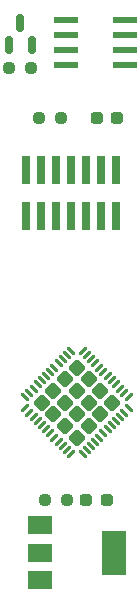
<source format=gbr>
%TF.GenerationSoftware,KiCad,Pcbnew,(6.0.1)*%
%TF.CreationDate,2022-02-14T12:01:51-05:00*%
%TF.ProjectId,demo,64656d6f-2e6b-4696-9361-645f70636258,rev?*%
%TF.SameCoordinates,Original*%
%TF.FileFunction,Paste,Top*%
%TF.FilePolarity,Positive*%
%FSLAX46Y46*%
G04 Gerber Fmt 4.6, Leading zero omitted, Abs format (unit mm)*
G04 Created by KiCad (PCBNEW (6.0.1)) date 2022-02-14 12:01:51*
%MOMM*%
%LPD*%
G01*
G04 APERTURE LIST*
G04 Aperture macros list*
%AMRoundRect*
0 Rectangle with rounded corners*
0 $1 Rounding radius*
0 $2 $3 $4 $5 $6 $7 $8 $9 X,Y pos of 4 corners*
0 Add a 4 corners polygon primitive as box body*
4,1,4,$2,$3,$4,$5,$6,$7,$8,$9,$2,$3,0*
0 Add four circle primitives for the rounded corners*
1,1,$1+$1,$2,$3*
1,1,$1+$1,$4,$5*
1,1,$1+$1,$6,$7*
1,1,$1+$1,$8,$9*
0 Add four rect primitives between the rounded corners*
20,1,$1+$1,$2,$3,$4,$5,0*
20,1,$1+$1,$4,$5,$6,$7,0*
20,1,$1+$1,$6,$7,$8,$9,0*
20,1,$1+$1,$8,$9,$2,$3,0*%
G04 Aperture macros list end*
%ADD10RoundRect,0.237500X0.287500X0.237500X-0.287500X0.237500X-0.287500X-0.237500X0.287500X-0.237500X0*%
%ADD11RoundRect,0.237500X0.250000X0.237500X-0.250000X0.237500X-0.250000X-0.237500X0.250000X-0.237500X0*%
%ADD12RoundRect,0.041300X0.943700X0.253700X-0.943700X0.253700X-0.943700X-0.253700X0.943700X-0.253700X0*%
%ADD13RoundRect,0.250000X-0.445477X0.000000X0.000000X-0.445477X0.445477X0.000000X0.000000X0.445477X0*%
%ADD14RoundRect,0.062500X-0.309359X0.220971X0.220971X-0.309359X0.309359X-0.220971X-0.220971X0.309359X0*%
%ADD15RoundRect,0.062500X-0.309359X-0.220971X-0.220971X-0.309359X0.309359X0.220971X0.220971X0.309359X0*%
%ADD16R,2.000000X1.500000*%
%ADD17R,2.000000X3.800000*%
%ADD18R,0.740000X2.400000*%
%ADD19RoundRect,0.150000X0.150000X-0.587500X0.150000X0.587500X-0.150000X0.587500X-0.150000X-0.587500X0*%
G04 APERTURE END LIST*
D10*
%TO.C,D2*%
X156232800Y-99669600D03*
X154482800Y-99669600D03*
%TD*%
D11*
%TO.C,R1*%
X152804500Y-99669600D03*
X150979500Y-99669600D03*
%TD*%
%TO.C,R2*%
X152296500Y-67310000D03*
X150471500Y-67310000D03*
%TD*%
D12*
%TO.C,U4*%
X157722000Y-62865000D03*
X157722000Y-61595000D03*
X157722000Y-60325000D03*
X157722000Y-59055000D03*
X152772000Y-59055000D03*
X152772000Y-60325000D03*
X152772000Y-61595000D03*
X152772000Y-62865000D03*
%TD*%
D13*
%TO.C,U1*%
X151690101Y-92429949D03*
X155649899Y-90450051D03*
X156639848Y-91440000D03*
X153670000Y-88470152D03*
X153670000Y-94409848D03*
X151690101Y-90450051D03*
X154659949Y-91440000D03*
X153670000Y-92429949D03*
X150700152Y-91440000D03*
X152680051Y-93419899D03*
X153670000Y-90450051D03*
X152680051Y-89460101D03*
X154659949Y-89460101D03*
X152680051Y-91440000D03*
X155649899Y-92429949D03*
X154659949Y-93419899D03*
D14*
X153183864Y-87064777D03*
X152830311Y-87418330D03*
X152476757Y-87771884D03*
X152123204Y-88125437D03*
X151769651Y-88478990D03*
X151416097Y-88832544D03*
X151062544Y-89186097D03*
X150708990Y-89539651D03*
X150355437Y-89893204D03*
X150001884Y-90246757D03*
X149648330Y-90600311D03*
X149294777Y-90953864D03*
D15*
X149294777Y-91926136D03*
X149648330Y-92279689D03*
X150001884Y-92633243D03*
X150355437Y-92986796D03*
X150708990Y-93340349D03*
X151062544Y-93693903D03*
X151416097Y-94047456D03*
X151769651Y-94401010D03*
X152123204Y-94754563D03*
X152476757Y-95108116D03*
X152830311Y-95461670D03*
X153183864Y-95815223D03*
D14*
X154156136Y-95815223D03*
X154509689Y-95461670D03*
X154863243Y-95108116D03*
X155216796Y-94754563D03*
X155570349Y-94401010D03*
X155923903Y-94047456D03*
X156277456Y-93693903D03*
X156631010Y-93340349D03*
X156984563Y-92986796D03*
X157338116Y-92633243D03*
X157691670Y-92279689D03*
X158045223Y-91926136D03*
D15*
X158045223Y-90953864D03*
X157691670Y-90600311D03*
X157338116Y-90246757D03*
X156984563Y-89893204D03*
X156631010Y-89539651D03*
X156277456Y-89186097D03*
X155923903Y-88832544D03*
X155570349Y-88478990D03*
X155216796Y-88125437D03*
X154863243Y-87771884D03*
X154509689Y-87418330D03*
X154156136Y-87064777D03*
%TD*%
D11*
%TO.C,R6*%
X149756500Y-63144400D03*
X147931500Y-63144400D03*
%TD*%
D16*
%TO.C,U2*%
X150520000Y-101840000D03*
X150520000Y-104140000D03*
D17*
X156820000Y-104140000D03*
D16*
X150520000Y-106440000D03*
%TD*%
D18*
%TO.C,J6*%
X156972000Y-71710000D03*
X156972000Y-75610000D03*
X155702000Y-71710000D03*
X155702000Y-75610000D03*
X154432000Y-71710000D03*
X154432000Y-75610000D03*
X153162000Y-71710000D03*
X153162000Y-75610000D03*
X151892000Y-71710000D03*
X151892000Y-75610000D03*
X150622000Y-71710000D03*
X150622000Y-75610000D03*
X149352000Y-71710000D03*
X149352000Y-75610000D03*
%TD*%
D19*
%TO.C,D9*%
X147944800Y-61135500D03*
X149844800Y-61135500D03*
X148894800Y-59260500D03*
%TD*%
D10*
%TO.C,D1*%
X157085000Y-67310000D03*
X155335000Y-67310000D03*
%TD*%
M02*

</source>
